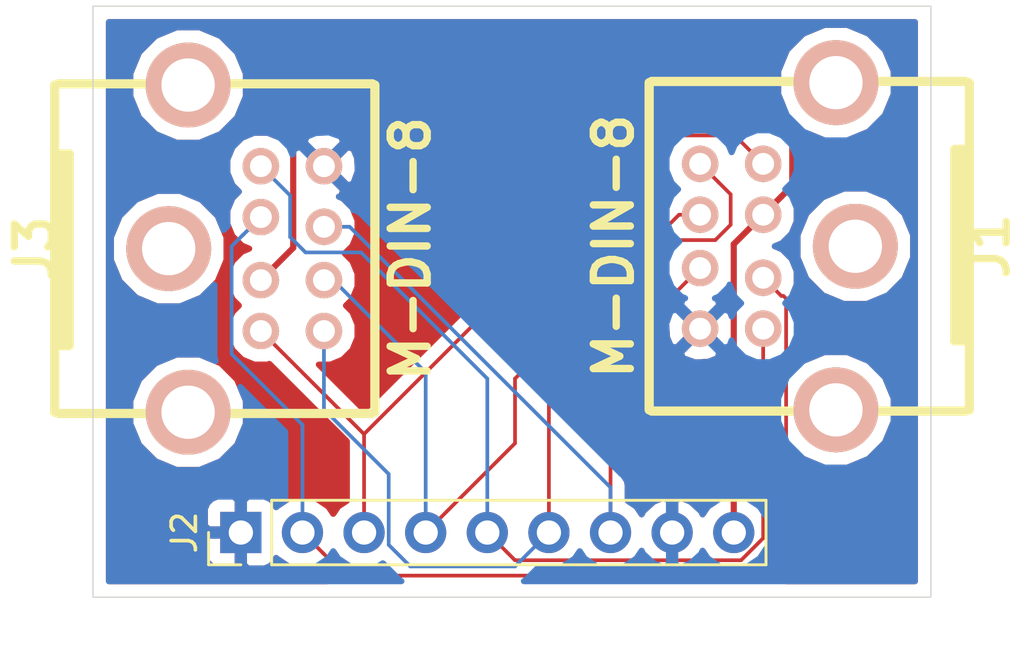
<source format=kicad_pcb>
(kicad_pcb (version 20171130) (host pcbnew "(6.0.0-rc1-dev-634-gb5e3f6406)")

  (general
    (thickness 1.6)
    (drawings 4)
    (tracks 72)
    (zones 0)
    (modules 3)
    (nets 9)
  )

  (page A4)
  (layers
    (0 F.Cu signal)
    (31 B.Cu signal)
    (32 B.Adhes user)
    (33 F.Adhes user)
    (34 B.Paste user)
    (35 F.Paste user)
    (36 B.SilkS user)
    (37 F.SilkS user)
    (38 B.Mask user)
    (39 F.Mask user)
    (40 Dwgs.User user)
    (41 Cmts.User user)
    (42 Eco1.User user)
    (43 Eco2.User user)
    (44 Edge.Cuts user)
    (45 Margin user)
    (46 B.CrtYd user)
    (47 F.CrtYd user)
    (48 B.Fab user)
    (49 F.Fab user)
  )

  (setup
    (last_trace_width 0.254)
    (user_trace_width 0.254)
    (trace_clearance 0.0508)
    (zone_clearance 0.508)
    (zone_45_only no)
    (trace_min 0.1524)
    (via_size 0.508)
    (via_drill 0.254)
    (via_min_size 0.508)
    (via_min_drill 0.254)
    (uvia_size 0.508)
    (uvia_drill 0.254)
    (uvias_allowed no)
    (uvia_min_size 0.508)
    (uvia_min_drill 0.254)
    (edge_width 0.05)
    (segment_width 0.2)
    (pcb_text_width 0.3)
    (pcb_text_size 1.5 1.5)
    (mod_edge_width 0.12)
    (mod_text_size 1 1)
    (mod_text_width 0.15)
    (pad_size 1.524 1.524)
    (pad_drill 0.762)
    (pad_to_mask_clearance 0.051)
    (solder_mask_min_width 0.25)
    (aux_axis_origin 0 0)
    (visible_elements FFFFFF7F)
    (pcbplotparams
      (layerselection 0x010fc_ffffffff)
      (usegerberextensions false)
      (usegerberattributes false)
      (usegerberadvancedattributes false)
      (creategerberjobfile false)
      (excludeedgelayer true)
      (linewidth 0.100000)
      (plotframeref false)
      (viasonmask false)
      (mode 1)
      (useauxorigin false)
      (hpglpennumber 1)
      (hpglpenspeed 20)
      (hpglpendiameter 15.000000)
      (psnegative false)
      (psa4output false)
      (plotreference true)
      (plotvalue true)
      (plotinvisibletext false)
      (padsonsilk false)
      (subtractmaskfromsilk false)
      (outputformat 1)
      (mirror false)
      (drillshape 1)
      (scaleselection 1)
      (outputdirectory ""))
  )

  (net 0 "")
  (net 1 /+5V)
  (net 2 /CLR)
  (net 3 /GND)
  (net 4 /SEL)
  (net 5 /D2)
  (net 6 /D1)
  (net 7 /D0)
  (net 8 /D3)

  (net_class Default "This is the default net class."
    (clearance 0.0508)
    (trace_width 0.1524)
    (via_dia 0.508)
    (via_drill 0.254)
    (uvia_dia 0.508)
    (uvia_drill 0.254)
    (add_net /+5V)
    (add_net /CLR)
    (add_net /D0)
    (add_net /D1)
    (add_net /D2)
    (add_net /D3)
    (add_net /GND)
    (add_net /SEL)
  )

  (module w_conn_av:minidin-8 (layer F.Cu) (tedit 5B96EBEC) (tstamp 5BE13045)
    (at 60.8395 43.024 270)
    (descr "MiniDin 8 (S-Video), Tyco P/N 1734096-1")
    (path /5BE12749)
    (fp_text reference J3 (at 0 8.128 270) (layer F.SilkS)
      (effects (font (size 1.524 1.524) (thickness 0.3048)))
    )
    (fp_text value M-DIN-8 (at 0 -7.366 270) (layer F.SilkS)
      (effects (font (size 1.524 1.524) (thickness 0.3048)))
    )
    (fp_line (start -6.75 7.3) (end 6.75 7.3) (layer F.SilkS) (width 0.381))
    (fp_line (start -6.8 -5.8) (end -6.8 7.154) (layer F.SilkS) (width 0.381))
    (fp_line (start 6.75 -5.9) (end -6.75 -5.9) (layer F.SilkS) (width 0.381))
    (fp_line (start 6.8 7.154) (end 6.8 -5.8) (layer F.SilkS) (width 0.381))
    (fp_line (start 3.974 7) (end -3.9 7) (layer F.SilkS) (width 0.381))
    (fp_line (start -3.9 6.8) (end 3.974 6.8) (layer F.SilkS) (width 0.381))
    (fp_line (start -3.9 6.7) (end 3.974 6.7) (layer F.SilkS) (width 0.381))
    (fp_line (start 4 6.7) (end 4 7.208) (layer F.SilkS) (width 0.381))
    (fp_line (start -3.9 6.692) (end -3.9 7.2) (layer F.SilkS) (width 0.381))
    (pad SH thru_hole circle (at 0 2.6 270) (size 3.50012 3.50012) (drill 2.19964) (layers *.Cu *.SilkS *.Mask))
    (pad 1 thru_hole circle (at 1.3 -1.2 270) (size 1.50114 1.50114) (drill 0.9) (layers *.Cu *.SilkS *.Mask)
      (net 1 /+5V))
    (pad 7 thru_hole circle (at -0.9 -3.8 270) (size 1.50114 1.50114) (drill 0.9) (layers *.Cu *.SilkS *.Mask)
      (net 2 /CLR))
    (pad 8 thru_hole circle (at -3.4 -3.8 270) (size 1.50114 1.50114) (drill 0.9) (layers *.Cu *.SilkS *.Mask)
      (net 3 /GND))
    (pad 6 thru_hole circle (at 3.4 -3.8 270) (size 1.50114 1.50114) (drill 0.9) (layers *.Cu *.SilkS *.Mask)
      (net 4 /SEL))
    (pad 4 thru_hole circle (at 1.3 -3.8 270) (size 1.50114 1.50114) (drill 0.9) (layers *.Cu *.SilkS *.Mask)
      (net 5 /D2))
    (pad 3 thru_hole circle (at 3.4 -1.2 270) (size 1.50114 1.50114) (drill 0.9) (layers *.Cu *.SilkS *.Mask)
      (net 6 /D1))
    (pad 2 thru_hole circle (at -1.3 -1.2 270) (size 1.50114 1.50114) (drill 0.9) (layers *.Cu *.SilkS *.Mask)
      (net 7 /D0))
    (pad 5 thru_hole circle (at -3.4 -1.2 270) (size 1.50114 1.50114) (drill 0.9) (layers *.Cu *.SilkS *.Mask)
      (net 8 /D3))
    (pad SH thru_hole circle (at 6.75 1.8 270) (size 3.50012 3.50012) (drill 2.19964) (layers *.Cu *.SilkS *.Mask))
    (pad SH thru_hole circle (at -6.75 1.8 270) (size 3.50012 3.50012) (drill 2.19964) (layers *.Cu *.SilkS *.Mask))
    (model walter/conn_av/minidin-8.wrl
      (at (xyz 0 0 0))
      (scale (xyz 1 1 1))
      (rotate (xyz 0 0 0))
    )
  )

  (module Connector_PinHeader_2.54mm:PinHeader_1x09_P2.54mm_Vertical (layer F.Cu) (tedit 59FED5CC) (tstamp 5BE1302D)
    (at 61.214 54.737 90)
    (descr "Through hole straight pin header, 1x09, 2.54mm pitch, single row")
    (tags "Through hole pin header THT 1x09 2.54mm single row")
    (path /5BE1298B)
    (fp_text reference J2 (at 0 -2.33 90) (layer F.SilkS)
      (effects (font (size 1 1) (thickness 0.15)))
    )
    (fp_text value Conn_01x09 (at 0 22.65 90) (layer F.Fab)
      (effects (font (size 1 1) (thickness 0.15)))
    )
    (fp_text user %R (at 0 10.16 180) (layer F.Fab)
      (effects (font (size 1 1) (thickness 0.15)))
    )
    (fp_line (start 1.8 -1.8) (end -1.8 -1.8) (layer F.CrtYd) (width 0.05))
    (fp_line (start 1.8 22.1) (end 1.8 -1.8) (layer F.CrtYd) (width 0.05))
    (fp_line (start -1.8 22.1) (end 1.8 22.1) (layer F.CrtYd) (width 0.05))
    (fp_line (start -1.8 -1.8) (end -1.8 22.1) (layer F.CrtYd) (width 0.05))
    (fp_line (start -1.33 -1.33) (end 0 -1.33) (layer F.SilkS) (width 0.12))
    (fp_line (start -1.33 0) (end -1.33 -1.33) (layer F.SilkS) (width 0.12))
    (fp_line (start -1.33 1.27) (end 1.33 1.27) (layer F.SilkS) (width 0.12))
    (fp_line (start 1.33 1.27) (end 1.33 21.65) (layer F.SilkS) (width 0.12))
    (fp_line (start -1.33 1.27) (end -1.33 21.65) (layer F.SilkS) (width 0.12))
    (fp_line (start -1.33 21.65) (end 1.33 21.65) (layer F.SilkS) (width 0.12))
    (fp_line (start -1.27 -0.635) (end -0.635 -1.27) (layer F.Fab) (width 0.1))
    (fp_line (start -1.27 21.59) (end -1.27 -0.635) (layer F.Fab) (width 0.1))
    (fp_line (start 1.27 21.59) (end -1.27 21.59) (layer F.Fab) (width 0.1))
    (fp_line (start 1.27 -1.27) (end 1.27 21.59) (layer F.Fab) (width 0.1))
    (fp_line (start -0.635 -1.27) (end 1.27 -1.27) (layer F.Fab) (width 0.1))
    (pad 9 thru_hole oval (at 0 20.32 90) (size 1.7 1.7) (drill 1) (layers *.Cu *.Mask)
      (net 1 /+5V))
    (pad 8 thru_hole oval (at 0 17.78 90) (size 1.7 1.7) (drill 1) (layers *.Cu *.Mask)
      (net 3 /GND))
    (pad 7 thru_hole oval (at 0 15.24 90) (size 1.7 1.7) (drill 1) (layers *.Cu *.Mask)
      (net 2 /CLR))
    (pad 6 thru_hole oval (at 0 12.7 90) (size 1.7 1.7) (drill 1) (layers *.Cu *.Mask)
      (net 4 /SEL))
    (pad 5 thru_hole oval (at 0 10.16 90) (size 1.7 1.7) (drill 1) (layers *.Cu *.Mask)
      (net 8 /D3))
    (pad 4 thru_hole oval (at 0 7.62 90) (size 1.7 1.7) (drill 1) (layers *.Cu *.Mask)
      (net 5 /D2))
    (pad 3 thru_hole oval (at 0 5.08 90) (size 1.7 1.7) (drill 1) (layers *.Cu *.Mask)
      (net 6 /D1))
    (pad 2 thru_hole oval (at 0 2.54 90) (size 1.7 1.7) (drill 1) (layers *.Cu *.Mask)
      (net 7 /D0))
    (pad 1 thru_hole rect (at 0 0 90) (size 1.7 1.7) (drill 1) (layers *.Cu *.Mask)
      (net 3 /GND))
    (model ${KISYS3DMOD}/Connector_PinHeader_2.54mm.3dshapes/PinHeader_1x09_P2.54mm_Vertical.wrl
      (at (xyz 0 0 0))
      (scale (xyz 1 1 1))
      (rotate (xyz 0 0 0))
    )
  )

  (module w_conn_av:minidin-8 (layer F.Cu) (tedit 5B96EBEC) (tstamp 5BE134EC)
    (at 83.947 42.926 90)
    (descr "MiniDin 8 (S-Video), Tyco P/N 1734096-1")
    (path /5BE126FF)
    (fp_text reference J1 (at 0 8.128 90) (layer F.SilkS)
      (effects (font (size 1.524 1.524) (thickness 0.3048)))
    )
    (fp_text value M-DIN-8 (at 0 -7.366 90) (layer F.SilkS)
      (effects (font (size 1.524 1.524) (thickness 0.3048)))
    )
    (fp_line (start -6.75 7.3) (end 6.75 7.3) (layer F.SilkS) (width 0.381))
    (fp_line (start -6.8 -5.8) (end -6.8 7.154) (layer F.SilkS) (width 0.381))
    (fp_line (start 6.75 -5.9) (end -6.75 -5.9) (layer F.SilkS) (width 0.381))
    (fp_line (start 6.8 7.154) (end 6.8 -5.8) (layer F.SilkS) (width 0.381))
    (fp_line (start 3.974 7) (end -3.9 7) (layer F.SilkS) (width 0.381))
    (fp_line (start -3.9 6.8) (end 3.974 6.8) (layer F.SilkS) (width 0.381))
    (fp_line (start -3.9 6.7) (end 3.974 6.7) (layer F.SilkS) (width 0.381))
    (fp_line (start 4 6.7) (end 4 7.208) (layer F.SilkS) (width 0.381))
    (fp_line (start -3.9 6.692) (end -3.9 7.2) (layer F.SilkS) (width 0.381))
    (pad SH thru_hole circle (at 0 2.6 90) (size 3.50012 3.50012) (drill 2.19964) (layers *.Cu *.SilkS *.Mask))
    (pad 1 thru_hole circle (at 1.3 -1.2 90) (size 1.50114 1.50114) (drill 0.9) (layers *.Cu *.SilkS *.Mask)
      (net 1 /+5V))
    (pad 7 thru_hole circle (at -0.9 -3.8 90) (size 1.50114 1.50114) (drill 0.9) (layers *.Cu *.SilkS *.Mask)
      (net 2 /CLR))
    (pad 8 thru_hole circle (at -3.4 -3.8 90) (size 1.50114 1.50114) (drill 0.9) (layers *.Cu *.SilkS *.Mask)
      (net 3 /GND))
    (pad 6 thru_hole circle (at 3.4 -3.8 90) (size 1.50114 1.50114) (drill 0.9) (layers *.Cu *.SilkS *.Mask)
      (net 4 /SEL))
    (pad 4 thru_hole circle (at 1.3 -3.8 90) (size 1.50114 1.50114) (drill 0.9) (layers *.Cu *.SilkS *.Mask)
      (net 5 /D2))
    (pad 3 thru_hole circle (at 3.4 -1.2 90) (size 1.50114 1.50114) (drill 0.9) (layers *.Cu *.SilkS *.Mask)
      (net 6 /D1))
    (pad 2 thru_hole circle (at -1.3 -1.2 90) (size 1.50114 1.50114) (drill 0.9) (layers *.Cu *.SilkS *.Mask)
      (net 7 /D0))
    (pad 5 thru_hole circle (at -3.4 -1.2 90) (size 1.50114 1.50114) (drill 0.9) (layers *.Cu *.SilkS *.Mask)
      (net 8 /D3))
    (pad SH thru_hole circle (at 6.75 1.8 90) (size 3.50012 3.50012) (drill 2.19964) (layers *.Cu *.SilkS *.Mask))
    (pad SH thru_hole circle (at -6.75 1.8 90) (size 3.50012 3.50012) (drill 2.19964) (layers *.Cu *.SilkS *.Mask))
    (model walter/conn_av/minidin-8.wrl
      (at (xyz 0 0 0))
      (scale (xyz 1 1 1))
      (rotate (xyz 0 0 0))
    )
  )

  (gr_line (start 89.662 33.02) (end 55.118 33.02) (layer Edge.Cuts) (width 0.05))
  (gr_line (start 89.662 57.404) (end 89.662 33.02) (layer Edge.Cuts) (width 0.05))
  (gr_line (start 55.118 57.404) (end 89.662 57.404) (layer Edge.Cuts) (width 0.05))
  (gr_line (start 55.118 33.02) (end 55.118 57.404) (layer Edge.Cuts) (width 0.05))

  (segment (start 81.534 50.165) (end 81.534 54.737) (width 0.254) (layer F.Cu) (net 1))
  (segment (start 81.534 42.839) (end 81.534 50.165) (width 0.254) (layer F.Cu) (net 1))
  (segment (start 82.747 41.626) (end 81.534 42.839) (width 0.254) (layer F.Cu) (net 1))
  (segment (start 81.534 49.911) (end 81.534 50.165) (width 0.254) (layer F.Cu) (net 1))
  (segment (start 83.947 40.426) (end 83.497569 40.875431) (width 0.254) (layer F.Cu) (net 1))
  (segment (start 83.497569 40.875431) (end 82.747 41.626) (width 0.254) (layer F.Cu) (net 1))
  (segment (start 83.058 37.719) (end 83.947 38.608) (width 0.254) (layer F.Cu) (net 1))
  (segment (start 64.008 37.719) (end 83.058 37.719) (width 0.254) (layer F.Cu) (net 1))
  (segment (start 83.947 38.608) (end 83.947 40.426) (width 0.254) (layer F.Cu) (net 1))
  (segment (start 63.373 38.354) (end 64.008 37.719) (width 0.254) (layer F.Cu) (net 1))
  (segment (start 63.373 42.9905) (end 63.373 38.354) (width 0.254) (layer F.Cu) (net 1))
  (segment (start 62.0395 44.324) (end 63.373 42.9905) (width 0.254) (layer F.Cu) (net 1))
  (segment (start 76.454 47.519) (end 80.147 43.826) (width 0.1524) (layer F.Cu) (net 2))
  (segment (start 76.454 54.737) (end 76.454 47.519) (width 0.1524) (layer F.Cu) (net 2))
  (segment (start 76.454 53.534919) (end 76.454 54.737) (width 0.1524) (layer B.Cu) (net 2))
  (segment (start 76.454 52.877034) (end 76.454 53.534919) (width 0.1524) (layer B.Cu) (net 2))
  (segment (start 65.700966 42.124) (end 76.454 52.877034) (width 0.1524) (layer B.Cu) (net 2))
  (segment (start 64.6395 42.124) (end 65.700966 42.124) (width 0.1524) (layer B.Cu) (net 2))
  (segment (start 81.407 40.786) (end 80.897569 40.276569) (width 0.1524) (layer F.Cu) (net 4))
  (segment (start 80.897569 40.276569) (end 80.147 39.526) (width 0.1524) (layer F.Cu) (net 4))
  (segment (start 81.407 42.037) (end 81.407 40.786) (width 0.1524) (layer F.Cu) (net 4))
  (segment (start 73.914 47.879) (end 79.121 42.672) (width 0.1524) (layer F.Cu) (net 4))
  (segment (start 80.772 42.672) (end 81.407 42.037) (width 0.1524) (layer F.Cu) (net 4))
  (segment (start 79.121 42.672) (end 80.772 42.672) (width 0.1524) (layer F.Cu) (net 4))
  (segment (start 73.914 54.737) (end 73.914 47.879) (width 0.1524) (layer F.Cu) (net 4))
  (segment (start 73.064001 55.586999) (end 73.914 54.737) (width 0.1524) (layer B.Cu) (net 4))
  (segment (start 68.199 56.134) (end 72.517 56.134) (width 0.1524) (layer B.Cu) (net 4))
  (segment (start 72.517 56.134) (end 73.064001 55.586999) (width 0.1524) (layer B.Cu) (net 4))
  (segment (start 67.31 52.324) (end 67.31 55.245) (width 0.1524) (layer B.Cu) (net 4))
  (segment (start 67.31 55.245) (end 68.199 56.134) (width 0.1524) (layer B.Cu) (net 4))
  (segment (start 64.6395 49.6535) (end 67.31 52.324) (width 0.1524) (layer B.Cu) (net 4))
  (segment (start 64.6395 46.424) (end 64.6395 49.6535) (width 0.1524) (layer B.Cu) (net 4))
  (segment (start 68.834 48.133) (end 68.834 53.534919) (width 0.1524) (layer B.Cu) (net 5))
  (segment (start 68.834 53.534919) (end 68.834 54.737) (width 0.1524) (layer B.Cu) (net 5))
  (segment (start 65.025 44.324) (end 68.834 48.133) (width 0.1524) (layer B.Cu) (net 5))
  (segment (start 64.6395 44.324) (end 65.025 44.324) (width 0.1524) (layer B.Cu) (net 5))
  (segment (start 72.517 51.054) (end 68.834 54.737) (width 0.1524) (layer F.Cu) (net 5))
  (segment (start 72.517 48.387) (end 72.517 51.054) (width 0.1524) (layer F.Cu) (net 5))
  (segment (start 79.278 41.626) (end 72.517 48.387) (width 0.1524) (layer F.Cu) (net 5))
  (segment (start 80.147 41.626) (end 79.278 41.626) (width 0.1524) (layer F.Cu) (net 5))
  (segment (start 66.294 53.534919) (end 66.294 54.737) (width 0.1524) (layer F.Cu) (net 6))
  (segment (start 66.294 50.6785) (end 66.294 53.534919) (width 0.1524) (layer F.Cu) (net 6))
  (segment (start 66.294 50.6785) (end 62.0395 46.424) (width 0.1524) (layer F.Cu) (net 6))
  (segment (start 66.294 50.673) (end 66.294 50.6785) (width 0.1524) (layer F.Cu) (net 6))
  (segment (start 78.613 38.354) (end 66.294 50.673) (width 0.1524) (layer F.Cu) (net 6))
  (segment (start 81.575 38.354) (end 78.613 38.354) (width 0.1524) (layer F.Cu) (net 6))
  (segment (start 82.747 39.526) (end 81.575 38.354) (width 0.1524) (layer F.Cu) (net 6))
  (segment (start 64.603999 55.586999) (end 63.754 54.737) (width 0.1524) (layer F.Cu) (net 7))
  (segment (start 65.532 56.515) (end 64.603999 55.586999) (width 0.1524) (layer F.Cu) (net 7))
  (segment (start 82.931 56.515) (end 65.532 56.515) (width 0.1524) (layer F.Cu) (net 7))
  (segment (start 83.693 55.753) (end 82.931 56.515) (width 0.1524) (layer F.Cu) (net 7))
  (segment (start 83.584569 44.976569) (end 83.693 45.085) (width 0.1524) (layer F.Cu) (net 7))
  (segment (start 83.693 45.085) (end 83.693 55.753) (width 0.1524) (layer F.Cu) (net 7))
  (segment (start 83.497569 44.976569) (end 83.584569 44.976569) (width 0.1524) (layer F.Cu) (net 7))
  (segment (start 82.747 44.226) (end 83.497569 44.976569) (width 0.1524) (layer F.Cu) (net 7))
  (segment (start 63.754 50.292) (end 63.754 54.737) (width 0.1524) (layer B.Cu) (net 7))
  (segment (start 60.833 47.371) (end 63.754 50.292) (width 0.1524) (layer B.Cu) (net 7))
  (segment (start 61.284431 42.474569) (end 60.833 42.926) (width 0.1524) (layer B.Cu) (net 7))
  (segment (start 61.288931 42.474569) (end 61.284431 42.474569) (width 0.1524) (layer B.Cu) (net 7))
  (segment (start 60.833 42.926) (end 60.833 47.371) (width 0.1524) (layer B.Cu) (net 7))
  (segment (start 62.0395 41.724) (end 61.288931 42.474569) (width 0.1524) (layer B.Cu) (net 7))
  (segment (start 72.517 55.88) (end 72.223999 55.586999) (width 0.1524) (layer F.Cu) (net 8))
  (segment (start 72.223999 55.586999) (end 71.374 54.737) (width 0.1524) (layer F.Cu) (net 8))
  (segment (start 81.836962 55.88) (end 72.517 55.88) (width 0.1524) (layer F.Cu) (net 8))
  (segment (start 82.747 54.969962) (end 81.836962 55.88) (width 0.1524) (layer F.Cu) (net 8))
  (segment (start 82.747 46.326) (end 82.747 54.969962) (width 0.1524) (layer F.Cu) (net 8))
  (segment (start 71.374 48.387) (end 71.374 54.737) (width 0.1524) (layer B.Cu) (net 8))
  (segment (start 66.167 43.18) (end 71.374 48.387) (width 0.1524) (layer B.Cu) (net 8))
  (segment (start 63.246 42.545) (end 63.881 43.18) (width 0.1524) (layer B.Cu) (net 8))
  (segment (start 63.246 40.8305) (end 63.246 42.545) (width 0.1524) (layer B.Cu) (net 8))
  (segment (start 63.881 43.18) (end 66.167 43.18) (width 0.1524) (layer B.Cu) (net 8))
  (segment (start 62.0395 39.624) (end 63.246 40.8305) (width 0.1524) (layer B.Cu) (net 8))

  (zone (net 3) (net_name /GND) (layer B.Cu) (tstamp 0) (hatch edge 0.508)
    (connect_pads (clearance 0.508))
    (min_thickness 0.254)
    (fill yes (arc_segments 16) (thermal_gap 0.508) (thermal_bridge_width 0.508))
    (polygon
      (pts
        (xy 55.118 32.766) (xy 55.118 57.658) (xy 89.662 57.658) (xy 89.662 32.766)
      )
    )
    (filled_polygon
      (pts
        (xy 89.002 56.744) (xy 72.884196 56.744) (xy 73.029746 56.646746) (xy 73.069424 56.587364) (xy 73.490029 56.166759)
        (xy 73.767744 56.222) (xy 74.060256 56.222) (xy 74.493418 56.135839) (xy 74.984625 55.807625) (xy 75.184 55.509239)
        (xy 75.383375 55.807625) (xy 75.874582 56.135839) (xy 76.307744 56.222) (xy 76.600256 56.222) (xy 77.033418 56.135839)
        (xy 77.524625 55.807625) (xy 77.737843 55.488522) (xy 77.798817 55.618358) (xy 78.227076 56.008645) (xy 78.63711 56.178476)
        (xy 78.867 56.057155) (xy 78.867 54.864) (xy 78.847 54.864) (xy 78.847 54.61) (xy 78.867 54.61)
        (xy 78.867 53.416845) (xy 79.121 53.416845) (xy 79.121 54.61) (xy 79.141 54.61) (xy 79.141 54.864)
        (xy 79.121 54.864) (xy 79.121 56.057155) (xy 79.35089 56.178476) (xy 79.760924 56.008645) (xy 80.189183 55.618358)
        (xy 80.250157 55.488522) (xy 80.463375 55.807625) (xy 80.954582 56.135839) (xy 81.387744 56.222) (xy 81.680256 56.222)
        (xy 82.113418 56.135839) (xy 82.604625 55.807625) (xy 82.932839 55.316418) (xy 83.048092 54.737) (xy 82.932839 54.157582)
        (xy 82.604625 53.666375) (xy 82.113418 53.338161) (xy 81.680256 53.252) (xy 81.387744 53.252) (xy 80.954582 53.338161)
        (xy 80.463375 53.666375) (xy 80.250157 53.985478) (xy 80.189183 53.855642) (xy 79.760924 53.465355) (xy 79.35089 53.295524)
        (xy 79.121 53.416845) (xy 78.867 53.416845) (xy 78.63711 53.295524) (xy 78.227076 53.465355) (xy 77.798817 53.855642)
        (xy 77.737843 53.985478) (xy 77.524625 53.666375) (xy 77.1652 53.426215) (xy 77.1652 52.947076) (xy 77.179132 52.877034)
        (xy 77.1652 52.806992) (xy 77.1652 52.806988) (xy 77.123936 52.599538) (xy 77.101232 52.56556) (xy 77.006424 52.423669)
        (xy 77.00642 52.423665) (xy 76.966745 52.364288) (xy 76.907369 52.324614) (xy 73.784337 49.201582) (xy 83.36194 49.201582)
        (xy 83.36194 50.150418) (xy 83.725044 51.027028) (xy 84.395972 51.697956) (xy 85.272582 52.06106) (xy 86.221418 52.06106)
        (xy 87.098028 51.697956) (xy 87.768956 51.027028) (xy 88.13206 50.150418) (xy 88.13206 49.201582) (xy 87.768956 48.324972)
        (xy 87.098028 47.654044) (xy 86.221418 47.29094) (xy 85.272582 47.29094) (xy 84.395972 47.654044) (xy 83.725044 48.324972)
        (xy 83.36194 49.201582) (xy 73.784337 49.201582) (xy 71.880685 47.29793) (xy 79.354675 47.29793) (xy 79.422735 47.538931)
        (xy 79.942034 47.723767) (xy 80.492538 47.695805) (xy 80.871265 47.538931) (xy 80.939325 47.29793) (xy 80.147 46.505605)
        (xy 79.354675 47.29793) (xy 71.880685 47.29793) (xy 70.703789 46.121034) (xy 78.749233 46.121034) (xy 78.777195 46.671538)
        (xy 78.934069 47.050265) (xy 79.17507 47.118325) (xy 79.967395 46.326) (xy 79.17507 45.533675) (xy 78.934069 45.601735)
        (xy 78.749233 46.121034) (xy 70.703789 46.121034) (xy 66.25339 41.670636) (xy 66.213712 41.611254) (xy 65.978462 41.454064)
        (xy 65.851253 41.428761) (xy 65.81413 41.339138) (xy 65.424362 40.94937) (xy 65.258338 40.880601) (xy 65.363765 40.836931)
        (xy 65.431825 40.59593) (xy 64.6395 39.803605) (xy 64.625358 39.817748) (xy 64.445753 39.638143) (xy 64.459895 39.624)
        (xy 64.819105 39.624) (xy 65.61143 40.416325) (xy 65.852431 40.348265) (xy 66.037267 39.828966) (xy 66.009305 39.278462)
        (xy 65.997679 39.250393) (xy 78.76143 39.250393) (xy 78.76143 39.801607) (xy 78.97237 40.310862) (xy 79.237508 40.576)
        (xy 78.97237 40.841138) (xy 78.76143 41.350393) (xy 78.76143 41.901607) (xy 78.97237 42.410862) (xy 79.287508 42.726)
        (xy 78.97237 43.041138) (xy 78.76143 43.550393) (xy 78.76143 44.101607) (xy 78.97237 44.610862) (xy 79.362138 45.00063)
        (xy 79.528162 45.069399) (xy 79.422735 45.113069) (xy 79.354675 45.35407) (xy 80.147 46.146395) (xy 80.939325 45.35407)
        (xy 80.871265 45.113069) (xy 80.757859 45.072704) (xy 80.931862 45.00063) (xy 81.32163 44.610862) (xy 81.364157 44.508192)
        (xy 81.57237 45.010862) (xy 81.837508 45.276) (xy 81.57237 45.541138) (xy 81.453601 45.827873) (xy 81.359931 45.601735)
        (xy 81.11893 45.533675) (xy 80.326605 46.326) (xy 81.11893 47.118325) (xy 81.359931 47.050265) (xy 81.446512 46.807014)
        (xy 81.57237 47.110862) (xy 81.962138 47.50063) (xy 82.471393 47.71157) (xy 83.022607 47.71157) (xy 83.531862 47.50063)
        (xy 83.92163 47.110862) (xy 84.13257 46.601607) (xy 84.13257 46.050393) (xy 83.92163 45.541138) (xy 83.656492 45.276)
        (xy 83.92163 45.010862) (xy 84.13257 44.501607) (xy 84.13257 43.950393) (xy 83.92163 43.441138) (xy 83.531862 43.05137)
        (xy 83.229192 42.926) (xy 83.531862 42.80063) (xy 83.88091 42.451582) (xy 84.16194 42.451582) (xy 84.16194 43.400418)
        (xy 84.525044 44.277028) (xy 85.195972 44.947956) (xy 86.072582 45.31106) (xy 87.021418 45.31106) (xy 87.898028 44.947956)
        (xy 88.568956 44.277028) (xy 88.93206 43.400418) (xy 88.93206 42.451582) (xy 88.568956 41.574972) (xy 87.898028 40.904044)
        (xy 87.021418 40.54094) (xy 86.072582 40.54094) (xy 85.195972 40.904044) (xy 84.525044 41.574972) (xy 84.16194 42.451582)
        (xy 83.88091 42.451582) (xy 83.92163 42.410862) (xy 84.13257 41.901607) (xy 84.13257 41.350393) (xy 83.92163 40.841138)
        (xy 83.656492 40.576) (xy 83.92163 40.310862) (xy 84.13257 39.801607) (xy 84.13257 39.250393) (xy 83.92163 38.741138)
        (xy 83.531862 38.35137) (xy 83.022607 38.14043) (xy 82.471393 38.14043) (xy 81.962138 38.35137) (xy 81.57237 38.741138)
        (xy 81.447 39.043808) (xy 81.32163 38.741138) (xy 80.931862 38.35137) (xy 80.422607 38.14043) (xy 79.871393 38.14043)
        (xy 79.362138 38.35137) (xy 78.97237 38.741138) (xy 78.76143 39.250393) (xy 65.997679 39.250393) (xy 65.852431 38.899735)
        (xy 65.61143 38.831675) (xy 64.819105 39.624) (xy 64.459895 39.624) (xy 63.66757 38.831675) (xy 63.426569 38.899735)
        (xy 63.339988 39.142986) (xy 63.21413 38.839138) (xy 63.027062 38.65207) (xy 63.847175 38.65207) (xy 64.6395 39.444395)
        (xy 65.431825 38.65207) (xy 65.363765 38.411069) (xy 64.844466 38.226233) (xy 64.293962 38.254195) (xy 63.915235 38.411069)
        (xy 63.847175 38.65207) (xy 63.027062 38.65207) (xy 62.824362 38.44937) (xy 62.315107 38.23843) (xy 61.763893 38.23843)
        (xy 61.254638 38.44937) (xy 60.86487 38.839138) (xy 60.65393 39.348393) (xy 60.65393 39.899607) (xy 60.86487 40.408862)
        (xy 61.130008 40.674) (xy 60.86487 40.939138) (xy 60.65393 41.448393) (xy 60.65393 41.999607) (xy 60.683124 42.070088)
        (xy 60.501272 42.25194) (xy 60.261456 41.672972) (xy 59.590528 41.002044) (xy 58.713918 40.63894) (xy 57.765082 40.63894)
        (xy 56.888472 41.002044) (xy 56.217544 41.672972) (xy 55.85444 42.549582) (xy 55.85444 43.498418) (xy 56.217544 44.375028)
        (xy 56.888472 45.045956) (xy 57.765082 45.40906) (xy 58.713918 45.40906) (xy 59.590528 45.045956) (xy 60.1218 44.514684)
        (xy 60.121801 47.300954) (xy 60.107868 47.371) (xy 60.163065 47.648496) (xy 60.171684 47.661396) (xy 59.513918 47.38894)
        (xy 58.565082 47.38894) (xy 57.688472 47.752044) (xy 57.017544 48.422972) (xy 56.65444 49.299582) (xy 56.65444 50.248418)
        (xy 57.017544 51.125028) (xy 57.688472 51.795956) (xy 58.565082 52.15906) (xy 59.513918 52.15906) (xy 60.390528 51.795956)
        (xy 61.061456 51.125028) (xy 61.42456 50.248418) (xy 61.42456 49.299582) (xy 61.190342 48.73413) (xy 63.0428 50.586589)
        (xy 63.042801 53.426214) (xy 62.683375 53.666375) (xy 62.668904 53.688033) (xy 62.602327 53.527302) (xy 62.423699 53.348673)
        (xy 62.19031 53.252) (xy 61.49975 53.252) (xy 61.341 53.41075) (xy 61.341 54.61) (xy 61.361 54.61)
        (xy 61.361 54.864) (xy 61.341 54.864) (xy 61.341 56.06325) (xy 61.49975 56.222) (xy 62.19031 56.222)
        (xy 62.423699 56.125327) (xy 62.602327 55.946698) (xy 62.668904 55.785967) (xy 62.683375 55.807625) (xy 63.174582 56.135839)
        (xy 63.607744 56.222) (xy 63.900256 56.222) (xy 64.333418 56.135839) (xy 64.824625 55.807625) (xy 65.024 55.509239)
        (xy 65.223375 55.807625) (xy 65.714582 56.135839) (xy 66.147744 56.222) (xy 66.440256 56.222) (xy 66.873418 56.135839)
        (xy 67.066223 56.007011) (xy 67.646578 56.587367) (xy 67.686254 56.646746) (xy 67.745633 56.686422) (xy 67.745635 56.686424)
        (xy 67.831804 56.744) (xy 55.778 56.744) (xy 55.778 55.02275) (xy 59.729 55.02275) (xy 59.729 55.713309)
        (xy 59.825673 55.946698) (xy 60.004301 56.125327) (xy 60.23769 56.222) (xy 60.92825 56.222) (xy 61.087 56.06325)
        (xy 61.087 54.864) (xy 59.88775 54.864) (xy 59.729 55.02275) (xy 55.778 55.02275) (xy 55.778 53.760691)
        (xy 59.729 53.760691) (xy 59.729 54.45125) (xy 59.88775 54.61) (xy 61.087 54.61) (xy 61.087 53.41075)
        (xy 60.92825 53.252) (xy 60.23769 53.252) (xy 60.004301 53.348673) (xy 59.825673 53.527302) (xy 59.729 53.760691)
        (xy 55.778 53.760691) (xy 55.778 35.799582) (xy 56.65444 35.799582) (xy 56.65444 36.748418) (xy 57.017544 37.625028)
        (xy 57.688472 38.295956) (xy 58.565082 38.65906) (xy 59.513918 38.65906) (xy 60.390528 38.295956) (xy 61.061456 37.625028)
        (xy 61.42456 36.748418) (xy 61.42456 35.799582) (xy 61.383968 35.701582) (xy 83.36194 35.701582) (xy 83.36194 36.650418)
        (xy 83.725044 37.527028) (xy 84.395972 38.197956) (xy 85.272582 38.56106) (xy 86.221418 38.56106) (xy 87.098028 38.197956)
        (xy 87.768956 37.527028) (xy 88.13206 36.650418) (xy 88.13206 35.701582) (xy 87.768956 34.824972) (xy 87.098028 34.154044)
        (xy 86.221418 33.79094) (xy 85.272582 33.79094) (xy 84.395972 34.154044) (xy 83.725044 34.824972) (xy 83.36194 35.701582)
        (xy 61.383968 35.701582) (xy 61.061456 34.922972) (xy 60.390528 34.252044) (xy 59.513918 33.88894) (xy 58.565082 33.88894)
        (xy 57.688472 34.252044) (xy 57.017544 34.922972) (xy 56.65444 35.799582) (xy 55.778 35.799582) (xy 55.778 33.68)
        (xy 89.002001 33.68)
      )
    )
  )
  (zone (net 3) (net_name /GND) (layer F.Cu) (tstamp 5BE13B60) (hatch edge 0.508)
    (connect_pads (clearance 0.508))
    (min_thickness 0.254)
    (fill yes (arc_segments 16) (thermal_gap 0.508) (thermal_bridge_width 0.508))
    (polygon
      (pts
        (xy 55.118 32.766) (xy 55.118 57.658) (xy 89.662 57.658) (xy 89.662 32.766)
      )
    )
    (filled_polygon
      (pts
        (xy 89.002 56.744) (xy 83.707788 56.744) (xy 84.146367 56.305422) (xy 84.205746 56.265746) (xy 84.245422 56.206367)
        (xy 84.245424 56.206365) (xy 84.362935 56.030497) (xy 84.362936 56.030496) (xy 84.4042 55.823046) (xy 84.4042 55.823042)
        (xy 84.418132 55.753) (xy 84.4042 55.682958) (xy 84.4042 51.701364) (xy 85.272582 52.06106) (xy 86.221418 52.06106)
        (xy 87.098028 51.697956) (xy 87.768956 51.027028) (xy 88.13206 50.150418) (xy 88.13206 49.201582) (xy 87.768956 48.324972)
        (xy 87.098028 47.654044) (xy 86.221418 47.29094) (xy 85.272582 47.29094) (xy 84.4042 47.650636) (xy 84.4042 45.155042)
        (xy 84.418132 45.085) (xy 84.4042 45.014959) (xy 84.4042 45.014954) (xy 84.362936 44.807504) (xy 84.277315 44.679364)
        (xy 84.245424 44.631636) (xy 84.245422 44.631634) (xy 84.205745 44.572254) (xy 84.146366 44.532578) (xy 84.136992 44.523204)
        (xy 84.12874 44.510854) (xy 84.13257 44.501607) (xy 84.13257 43.950393) (xy 83.92163 43.441138) (xy 83.531862 43.05137)
        (xy 83.229192 42.926) (xy 83.531862 42.80063) (xy 83.88091 42.451582) (xy 84.16194 42.451582) (xy 84.16194 43.400418)
        (xy 84.525044 44.277028) (xy 85.195972 44.947956) (xy 86.072582 45.31106) (xy 87.021418 45.31106) (xy 87.898028 44.947956)
        (xy 88.568956 44.277028) (xy 88.93206 43.400418) (xy 88.93206 42.451582) (xy 88.568956 41.574972) (xy 87.898028 40.904044)
        (xy 87.021418 40.54094) (xy 86.072582 40.54094) (xy 85.195972 40.904044) (xy 84.525044 41.574972) (xy 84.16194 42.451582)
        (xy 83.88091 42.451582) (xy 83.92163 42.410862) (xy 84.13257 41.901607) (xy 84.13257 41.350393) (xy 84.1231 41.32753)
        (xy 84.432746 41.017884) (xy 84.496371 40.975371) (xy 84.65469 40.73843) (xy 84.664787 40.723319) (xy 84.664787 40.723318)
        (xy 84.664788 40.723317) (xy 84.709 40.501048) (xy 84.709 40.501044) (xy 84.723927 40.426001) (xy 84.709 40.350958)
        (xy 84.709 38.683047) (xy 84.723928 38.608) (xy 84.698666 38.481) (xy 84.664788 38.310683) (xy 84.663513 38.308775)
        (xy 85.272582 38.56106) (xy 86.221418 38.56106) (xy 87.098028 38.197956) (xy 87.768956 37.527028) (xy 88.13206 36.650418)
        (xy 88.13206 35.701582) (xy 87.768956 34.824972) (xy 87.098028 34.154044) (xy 86.221418 33.79094) (xy 85.272582 33.79094)
        (xy 84.395972 34.154044) (xy 83.725044 34.824972) (xy 83.36194 35.701582) (xy 83.36194 36.650418) (xy 83.565384 37.141574)
        (xy 83.355317 37.001212) (xy 83.133048 36.957) (xy 83.133043 36.957) (xy 83.058 36.942073) (xy 82.982957 36.957)
        (xy 64.083047 36.957) (xy 64.008 36.942072) (xy 63.932953 36.957) (xy 63.932952 36.957) (xy 63.710683 37.001212)
        (xy 63.458629 37.169629) (xy 63.416118 37.233251) (xy 62.887251 37.762119) (xy 62.82363 37.804629) (xy 62.781119 37.868251)
        (xy 62.781118 37.868252) (xy 62.655213 38.056683) (xy 62.596073 38.354) (xy 62.596249 38.354882) (xy 62.315107 38.23843)
        (xy 61.763893 38.23843) (xy 61.254638 38.44937) (xy 60.86487 38.839138) (xy 60.65393 39.348393) (xy 60.65393 39.899607)
        (xy 60.86487 40.408862) (xy 61.130008 40.674) (xy 60.86487 40.939138) (xy 60.65393 41.448393) (xy 60.65393 41.999607)
        (xy 60.86487 42.508862) (xy 61.254638 42.89863) (xy 61.557308 43.024) (xy 61.254638 43.14937) (xy 60.86487 43.539138)
        (xy 60.65393 44.048393) (xy 60.65393 44.599607) (xy 60.86487 45.108862) (xy 61.130008 45.374) (xy 60.86487 45.639138)
        (xy 60.65393 46.148393) (xy 60.65393 46.699607) (xy 60.86487 47.208862) (xy 61.254638 47.59863) (xy 61.763893 47.80957)
        (xy 62.315107 47.80957) (xy 62.38877 47.779058) (xy 65.5828 50.973089) (xy 65.582801 53.426214) (xy 65.223375 53.666375)
        (xy 65.024 53.964761) (xy 64.824625 53.666375) (xy 64.333418 53.338161) (xy 63.900256 53.252) (xy 63.607744 53.252)
        (xy 63.174582 53.338161) (xy 62.683375 53.666375) (xy 62.668904 53.688033) (xy 62.602327 53.527302) (xy 62.423699 53.348673)
        (xy 62.19031 53.252) (xy 61.49975 53.252) (xy 61.341 53.41075) (xy 61.341 54.61) (xy 61.361 54.61)
        (xy 61.361 54.864) (xy 61.341 54.864) (xy 61.341 56.06325) (xy 61.49975 56.222) (xy 62.19031 56.222)
        (xy 62.423699 56.125327) (xy 62.602327 55.946698) (xy 62.668904 55.785967) (xy 62.683375 55.807625) (xy 63.174582 56.135839)
        (xy 63.607744 56.222) (xy 63.900256 56.222) (xy 64.177971 56.166759) (xy 64.755211 56.744) (xy 55.778 56.744)
        (xy 55.778 55.02275) (xy 59.729 55.02275) (xy 59.729 55.713309) (xy 59.825673 55.946698) (xy 60.004301 56.125327)
        (xy 60.23769 56.222) (xy 60.92825 56.222) (xy 61.087 56.06325) (xy 61.087 54.864) (xy 59.88775 54.864)
        (xy 59.729 55.02275) (xy 55.778 55.02275) (xy 55.778 53.760691) (xy 59.729 53.760691) (xy 59.729 54.45125)
        (xy 59.88775 54.61) (xy 61.087 54.61) (xy 61.087 53.41075) (xy 60.92825 53.252) (xy 60.23769 53.252)
        (xy 60.004301 53.348673) (xy 59.825673 53.527302) (xy 59.729 53.760691) (xy 55.778 53.760691) (xy 55.778 49.299582)
        (xy 56.65444 49.299582) (xy 56.65444 50.248418) (xy 57.017544 51.125028) (xy 57.688472 51.795956) (xy 58.565082 52.15906)
        (xy 59.513918 52.15906) (xy 60.390528 51.795956) (xy 61.061456 51.125028) (xy 61.42456 50.248418) (xy 61.42456 49.299582)
        (xy 61.061456 48.422972) (xy 60.390528 47.752044) (xy 59.513918 47.38894) (xy 58.565082 47.38894) (xy 57.688472 47.752044)
        (xy 57.017544 48.422972) (xy 56.65444 49.299582) (xy 55.778 49.299582) (xy 55.778 42.549582) (xy 55.85444 42.549582)
        (xy 55.85444 43.498418) (xy 56.217544 44.375028) (xy 56.888472 45.045956) (xy 57.765082 45.40906) (xy 58.713918 45.40906)
        (xy 59.590528 45.045956) (xy 60.261456 44.375028) (xy 60.62456 43.498418) (xy 60.62456 42.549582) (xy 60.261456 41.672972)
        (xy 59.590528 41.002044) (xy 58.713918 40.63894) (xy 57.765082 40.63894) (xy 56.888472 41.002044) (xy 56.217544 41.672972)
        (xy 55.85444 42.549582) (xy 55.778 42.549582) (xy 55.778 35.799582) (xy 56.65444 35.799582) (xy 56.65444 36.748418)
        (xy 57.017544 37.625028) (xy 57.688472 38.295956) (xy 58.565082 38.65906) (xy 59.513918 38.65906) (xy 60.390528 38.295956)
        (xy 61.061456 37.625028) (xy 61.42456 36.748418) (xy 61.42456 35.799582) (xy 61.061456 34.922972) (xy 60.390528 34.252044)
        (xy 59.513918 33.88894) (xy 58.565082 33.88894) (xy 57.688472 34.252044) (xy 57.017544 34.922972) (xy 56.65444 35.799582)
        (xy 55.778 35.799582) (xy 55.778 33.68) (xy 89.002001 33.68)
      )
    )
    (filled_polygon
      (pts
        (xy 80.340748 46.311858) (xy 80.326605 46.326) (xy 80.340748 46.340143) (xy 80.161143 46.519748) (xy 80.147 46.505605)
        (xy 79.354675 47.29793) (xy 79.422735 47.538931) (xy 79.942034 47.723767) (xy 80.492538 47.695805) (xy 80.772001 47.580048)
        (xy 80.772001 49.835948) (xy 80.772 49.835953) (xy 80.772 50.089953) (xy 80.772001 53.460158) (xy 80.463375 53.666375)
        (xy 80.250157 53.985478) (xy 80.189183 53.855642) (xy 79.760924 53.465355) (xy 79.35089 53.295524) (xy 79.121 53.416845)
        (xy 79.121 54.61) (xy 79.141 54.61) (xy 79.141 54.864) (xy 79.121 54.864) (xy 79.121 54.884)
        (xy 78.867 54.884) (xy 78.867 54.864) (xy 78.847 54.864) (xy 78.847 54.61) (xy 78.867 54.61)
        (xy 78.867 53.416845) (xy 78.63711 53.295524) (xy 78.227076 53.465355) (xy 77.798817 53.855642) (xy 77.737843 53.985478)
        (xy 77.524625 53.666375) (xy 77.1652 53.426215) (xy 77.1652 47.813588) (xy 78.754479 46.22431) (xy 78.777195 46.671538)
        (xy 78.934069 47.050265) (xy 79.17507 47.118325) (xy 79.967395 46.326) (xy 79.953253 46.311858) (xy 80.132858 46.132253)
        (xy 80.147 46.146395) (xy 80.161143 46.132253)
      )
    )
    (filled_polygon
      (pts
        (xy 66.29125 49.669962) (xy 64.430858 47.80957) (xy 64.915107 47.80957) (xy 65.424362 47.59863) (xy 65.81413 47.208862)
        (xy 66.02507 46.699607) (xy 66.02507 46.148393) (xy 65.81413 45.639138) (xy 65.548992 45.374) (xy 65.81413 45.108862)
        (xy 66.02507 44.599607) (xy 66.02507 44.048393) (xy 65.81413 43.539138) (xy 65.498992 43.224) (xy 65.81413 42.908862)
        (xy 66.02507 42.399607) (xy 66.02507 41.848393) (xy 65.81413 41.339138) (xy 65.424362 40.94937) (xy 65.258338 40.880601)
        (xy 65.363765 40.836931) (xy 65.431825 40.59593) (xy 64.6395 39.803605) (xy 64.625358 39.817748) (xy 64.445753 39.638143)
        (xy 64.459895 39.624) (xy 64.819105 39.624) (xy 65.61143 40.416325) (xy 65.852431 40.348265) (xy 66.037267 39.828966)
        (xy 66.009305 39.278462) (xy 65.852431 38.899735) (xy 65.61143 38.831675) (xy 64.819105 39.624) (xy 64.459895 39.624)
        (xy 64.445753 39.609858) (xy 64.625358 39.430253) (xy 64.6395 39.444395) (xy 65.431825 38.65207) (xy 65.383514 38.481)
        (xy 77.480211 38.481)
      )
    )
  )
)

</source>
